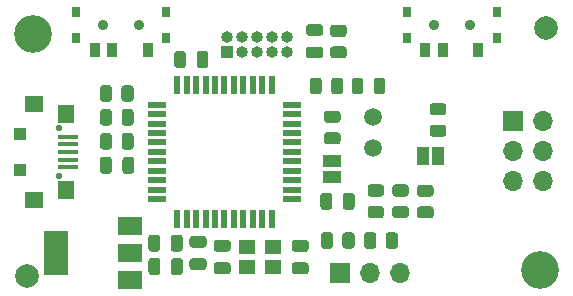
<source format=gts>
%TF.GenerationSoftware,KiCad,Pcbnew,(5.1.10-1-10_14)*%
%TF.CreationDate,2021-09-25T16:40:22-04:00*%
%TF.ProjectId,WetProgrammer,57657450-726f-4677-9261-6d6d65722e6b,rev?*%
%TF.SameCoordinates,Original*%
%TF.FileFunction,Soldermask,Top*%
%TF.FilePolarity,Negative*%
%FSLAX46Y46*%
G04 Gerber Fmt 4.6, Leading zero omitted, Abs format (unit mm)*
G04 Created by KiCad (PCBNEW (5.1.10-1-10_14)) date 2021-09-25 16:40:22*
%MOMM*%
%LPD*%
G01*
G04 APERTURE LIST*
%ADD10O,1.700000X1.700000*%
%ADD11R,1.700000X1.700000*%
%ADD12R,1.000000X1.000000*%
%ADD13O,1.000000X1.000000*%
%ADD14R,1.400000X1.200000*%
%ADD15R,2.000000X1.500000*%
%ADD16R,2.000000X3.800000*%
%ADD17R,0.900000X1.250000*%
%ADD18R,0.800000X0.900000*%
%ADD19C,0.900000*%
%ADD20R,1.800000X0.400000*%
%ADD21C,0.550000*%
%ADD22R,1.400000X1.500000*%
%ADD23R,1.500000X1.350000*%
%ADD24R,1.100000X1.000000*%
%ADD25C,3.200000*%
%ADD26C,2.000000*%
%ADD27R,1.500000X0.550000*%
%ADD28R,0.550000X1.500000*%
%ADD29C,1.500000*%
%ADD30R,1.500000X1.000000*%
%ADD31R,1.000000X1.500000*%
G04 APERTURE END LIST*
D10*
%TO.C,J2*%
X45750000Y10000000D03*
X43210000Y10000000D03*
X45750000Y12540000D03*
X43210000Y12540000D03*
X45750000Y15080000D03*
D11*
X43210000Y15080000D03*
%TD*%
D12*
%TO.C,JPROG1*%
X18923000Y20955000D03*
D13*
X18923000Y22225000D03*
X20193000Y20955000D03*
X20193000Y22225000D03*
X21463000Y20955000D03*
X21463000Y22225000D03*
X22733000Y20955000D03*
X22733000Y22225000D03*
X24003000Y20955000D03*
X24003000Y22225000D03*
%TD*%
%TO.C,F1*%
G36*
G01*
X9225000Y17900001D02*
X9225000Y16999999D01*
G75*
G02*
X8975001Y16750000I-249999J0D01*
G01*
X8449999Y16750000D01*
G75*
G02*
X8200000Y16999999I0J249999D01*
G01*
X8200000Y17900001D01*
G75*
G02*
X8449999Y18150000I249999J0D01*
G01*
X8975001Y18150000D01*
G75*
G02*
X9225000Y17900001I0J-249999D01*
G01*
G37*
G36*
G01*
X11050000Y17900001D02*
X11050000Y16999999D01*
G75*
G02*
X10800001Y16750000I-249999J0D01*
G01*
X10274999Y16750000D01*
G75*
G02*
X10025000Y16999999I0J249999D01*
G01*
X10025000Y17900001D01*
G75*
G02*
X10274999Y18150000I249999J0D01*
G01*
X10800001Y18150000D01*
G75*
G02*
X11050000Y17900001I0J-249999D01*
G01*
G37*
%TD*%
%TO.C,C9*%
G36*
G01*
X26852900Y20419400D02*
X25902900Y20419400D01*
G75*
G02*
X25652900Y20669400I0J250000D01*
G01*
X25652900Y21169400D01*
G75*
G02*
X25902900Y21419400I250000J0D01*
G01*
X26852900Y21419400D01*
G75*
G02*
X27102900Y21169400I0J-250000D01*
G01*
X27102900Y20669400D01*
G75*
G02*
X26852900Y20419400I-250000J0D01*
G01*
G37*
G36*
G01*
X26852900Y22319400D02*
X25902900Y22319400D01*
G75*
G02*
X25652900Y22569400I0J250000D01*
G01*
X25652900Y23069400D01*
G75*
G02*
X25902900Y23319400I250000J0D01*
G01*
X26852900Y23319400D01*
G75*
G02*
X27102900Y23069400I0J-250000D01*
G01*
X27102900Y22569400D01*
G75*
G02*
X26852900Y22319400I-250000J0D01*
G01*
G37*
%TD*%
%TO.C,C2*%
G36*
G01*
X18079700Y5046600D02*
X19029700Y5046600D01*
G75*
G02*
X19279700Y4796600I0J-250000D01*
G01*
X19279700Y4296600D01*
G75*
G02*
X19029700Y4046600I-250000J0D01*
G01*
X18079700Y4046600D01*
G75*
G02*
X17829700Y4296600I0J250000D01*
G01*
X17829700Y4796600D01*
G75*
G02*
X18079700Y5046600I250000J0D01*
G01*
G37*
G36*
G01*
X18079700Y3146600D02*
X19029700Y3146600D01*
G75*
G02*
X19279700Y2896600I0J-250000D01*
G01*
X19279700Y2396600D01*
G75*
G02*
X19029700Y2146600I-250000J0D01*
G01*
X18079700Y2146600D01*
G75*
G02*
X17829700Y2396600I0J250000D01*
G01*
X17829700Y2896600D01*
G75*
G02*
X18079700Y3146600I250000J0D01*
G01*
G37*
%TD*%
D14*
%TO.C,Y1*%
X22893200Y4444100D03*
X20693200Y4444100D03*
X20693200Y2744100D03*
X22893200Y2744100D03*
%TD*%
%TO.C,R10*%
G36*
G01*
X27937500Y5450002D02*
X27937500Y4549998D01*
G75*
G02*
X27687502Y4300000I-249998J0D01*
G01*
X27162498Y4300000D01*
G75*
G02*
X26912500Y4549998I0J249998D01*
G01*
X26912500Y5450002D01*
G75*
G02*
X27162498Y5700000I249998J0D01*
G01*
X27687502Y5700000D01*
G75*
G02*
X27937500Y5450002I0J-249998D01*
G01*
G37*
G36*
G01*
X29762500Y5450002D02*
X29762500Y4549998D01*
G75*
G02*
X29512502Y4300000I-249998J0D01*
G01*
X28987498Y4300000D01*
G75*
G02*
X28737500Y4549998I0J249998D01*
G01*
X28737500Y5450002D01*
G75*
G02*
X28987498Y5700000I249998J0D01*
G01*
X29512502Y5700000D01*
G75*
G02*
X29762500Y5450002I0J-249998D01*
G01*
G37*
%TD*%
%TO.C,R11*%
G36*
G01*
X31600000Y5450002D02*
X31600000Y4549998D01*
G75*
G02*
X31350002Y4300000I-249998J0D01*
G01*
X30824998Y4300000D01*
G75*
G02*
X30575000Y4549998I0J249998D01*
G01*
X30575000Y5450002D01*
G75*
G02*
X30824998Y5700000I249998J0D01*
G01*
X31350002Y5700000D01*
G75*
G02*
X31600000Y5450002I0J-249998D01*
G01*
G37*
G36*
G01*
X33425000Y5450002D02*
X33425000Y4549998D01*
G75*
G02*
X33175002Y4300000I-249998J0D01*
G01*
X32649998Y4300000D01*
G75*
G02*
X32400000Y4549998I0J249998D01*
G01*
X32400000Y5450002D01*
G75*
G02*
X32649998Y5700000I249998J0D01*
G01*
X33175002Y5700000D01*
G75*
G02*
X33425000Y5450002I0J-249998D01*
G01*
G37*
%TD*%
%TO.C,C5*%
G36*
G01*
X16985000Y4397200D02*
X16035000Y4397200D01*
G75*
G02*
X15785000Y4647200I0J250000D01*
G01*
X15785000Y5147200D01*
G75*
G02*
X16035000Y5397200I250000J0D01*
G01*
X16985000Y5397200D01*
G75*
G02*
X17235000Y5147200I0J-250000D01*
G01*
X17235000Y4647200D01*
G75*
G02*
X16985000Y4397200I-250000J0D01*
G01*
G37*
G36*
G01*
X16985000Y2497200D02*
X16035000Y2497200D01*
G75*
G02*
X15785000Y2747200I0J250000D01*
G01*
X15785000Y3247200D01*
G75*
G02*
X16035000Y3497200I250000J0D01*
G01*
X16985000Y3497200D01*
G75*
G02*
X17235000Y3247200I0J-250000D01*
G01*
X17235000Y2747200D01*
G75*
G02*
X16985000Y2497200I-250000J0D01*
G01*
G37*
%TD*%
%TO.C,C1*%
G36*
G01*
X25633700Y2141600D02*
X24683700Y2141600D01*
G75*
G02*
X24433700Y2391600I0J250000D01*
G01*
X24433700Y2891600D01*
G75*
G02*
X24683700Y3141600I250000J0D01*
G01*
X25633700Y3141600D01*
G75*
G02*
X25883700Y2891600I0J-250000D01*
G01*
X25883700Y2391600D01*
G75*
G02*
X25633700Y2141600I-250000J0D01*
G01*
G37*
G36*
G01*
X25633700Y4041600D02*
X24683700Y4041600D01*
G75*
G02*
X24433700Y4291600I0J250000D01*
G01*
X24433700Y4791600D01*
G75*
G02*
X24683700Y5041600I250000J0D01*
G01*
X25633700Y5041600D01*
G75*
G02*
X25883700Y4791600I0J-250000D01*
G01*
X25883700Y4291600D01*
G75*
G02*
X25633700Y4041600I-250000J0D01*
G01*
G37*
%TD*%
D15*
%TO.C,U2*%
X10770000Y1669500D03*
X10770000Y6269500D03*
X10770000Y3969500D03*
D16*
X4470000Y3969500D03*
%TD*%
D17*
%TO.C,SW1*%
X12250000Y21116000D03*
X9250000Y21116000D03*
X7750000Y21116000D03*
D18*
X6200000Y24341000D03*
X13800000Y24341000D03*
X13800000Y22141000D03*
X6200000Y22141000D03*
D19*
X11500000Y23241000D03*
X8500000Y23241000D03*
%TD*%
%TO.C,D1*%
G36*
G01*
X31387200Y17628550D02*
X31387200Y18541050D01*
G75*
G02*
X31630950Y18784800I243750J0D01*
G01*
X32118450Y18784800D01*
G75*
G02*
X32362200Y18541050I0J-243750D01*
G01*
X32362200Y17628550D01*
G75*
G02*
X32118450Y17384800I-243750J0D01*
G01*
X31630950Y17384800D01*
G75*
G02*
X31387200Y17628550I0J243750D01*
G01*
G37*
G36*
G01*
X29512200Y17628550D02*
X29512200Y18541050D01*
G75*
G02*
X29755950Y18784800I243750J0D01*
G01*
X30243450Y18784800D01*
G75*
G02*
X30487200Y18541050I0J-243750D01*
G01*
X30487200Y17628550D01*
G75*
G02*
X30243450Y17384800I-243750J0D01*
G01*
X29755950Y17384800D01*
G75*
G02*
X29512200Y17628550I0J243750D01*
G01*
G37*
%TD*%
%TO.C,C8*%
G36*
G01*
X14216800Y2319000D02*
X14216800Y3269000D01*
G75*
G02*
X14466800Y3519000I250000J0D01*
G01*
X14966800Y3519000D01*
G75*
G02*
X15216800Y3269000I0J-250000D01*
G01*
X15216800Y2319000D01*
G75*
G02*
X14966800Y2069000I-250000J0D01*
G01*
X14466800Y2069000D01*
G75*
G02*
X14216800Y2319000I0J250000D01*
G01*
G37*
G36*
G01*
X12316800Y2319000D02*
X12316800Y3269000D01*
G75*
G02*
X12566800Y3519000I250000J0D01*
G01*
X13066800Y3519000D01*
G75*
G02*
X13316800Y3269000I0J-250000D01*
G01*
X13316800Y2319000D01*
G75*
G02*
X13066800Y2069000I-250000J0D01*
G01*
X12566800Y2069000D01*
G75*
G02*
X12316800Y2319000I0J250000D01*
G01*
G37*
%TD*%
%TO.C,C7*%
G36*
G01*
X14201600Y4300200D02*
X14201600Y5250200D01*
G75*
G02*
X14451600Y5500200I250000J0D01*
G01*
X14951600Y5500200D01*
G75*
G02*
X15201600Y5250200I0J-250000D01*
G01*
X15201600Y4300200D01*
G75*
G02*
X14951600Y4050200I-250000J0D01*
G01*
X14451600Y4050200D01*
G75*
G02*
X14201600Y4300200I0J250000D01*
G01*
G37*
G36*
G01*
X12301600Y4300200D02*
X12301600Y5250200D01*
G75*
G02*
X12551600Y5500200I250000J0D01*
G01*
X13051600Y5500200D01*
G75*
G02*
X13301600Y5250200I0J-250000D01*
G01*
X13301600Y4300200D01*
G75*
G02*
X13051600Y4050200I-250000J0D01*
G01*
X12551600Y4050200D01*
G75*
G02*
X12301600Y4300200I0J250000D01*
G01*
G37*
%TD*%
%TO.C,C3*%
G36*
G01*
X16391000Y19845000D02*
X16391000Y20795000D01*
G75*
G02*
X16641000Y21045000I250000J0D01*
G01*
X17141000Y21045000D01*
G75*
G02*
X17391000Y20795000I0J-250000D01*
G01*
X17391000Y19845000D01*
G75*
G02*
X17141000Y19595000I-250000J0D01*
G01*
X16641000Y19595000D01*
G75*
G02*
X16391000Y19845000I0J250000D01*
G01*
G37*
G36*
G01*
X14491000Y19845000D02*
X14491000Y20795000D01*
G75*
G02*
X14741000Y21045000I250000J0D01*
G01*
X15241000Y21045000D01*
G75*
G02*
X15491000Y20795000I0J-250000D01*
G01*
X15491000Y19845000D01*
G75*
G02*
X15241000Y19595000I-250000J0D01*
G01*
X14741000Y19595000D01*
G75*
G02*
X14491000Y19845000I0J250000D01*
G01*
G37*
%TD*%
D20*
%TO.C,J1*%
X5500000Y12500000D03*
X5500000Y13150000D03*
X5500000Y13800000D03*
X5500000Y11850000D03*
X5500000Y11200000D03*
D21*
X4780000Y14500000D03*
X4780000Y10500000D03*
D22*
X5309500Y9250000D03*
X5309500Y15750000D03*
D23*
X2630000Y8425000D03*
X2630000Y16575000D03*
D24*
X1459500Y14000000D03*
X1459500Y11000000D03*
%TD*%
D10*
%TO.C,J3*%
X33580000Y2250000D03*
X31040000Y2250000D03*
D11*
X28500000Y2250000D03*
%TD*%
D17*
%TO.C,SW2*%
X40250000Y21116000D03*
X37250000Y21116000D03*
X35750000Y21116000D03*
D18*
X34200000Y24341000D03*
X41800000Y24341000D03*
X41800000Y22141000D03*
X34200000Y22141000D03*
D19*
X39500000Y23241000D03*
X36500000Y23241000D03*
%TD*%
D25*
%TO.C,H2*%
X2500000Y22500000D03*
%TD*%
%TO.C,H1*%
X45500000Y2500000D03*
%TD*%
D26*
%TO.C,FID2*%
X46000000Y23000000D03*
%TD*%
%TO.C,FID1*%
X2000000Y2000000D03*
%TD*%
D27*
%TO.C,U1*%
X13050000Y16500000D03*
X13050000Y15700000D03*
X13050000Y14900000D03*
X13050000Y14100000D03*
X13050000Y13300000D03*
X13050000Y12500000D03*
X13050000Y11700000D03*
X13050000Y10900000D03*
X13050000Y10100000D03*
X13050000Y9300000D03*
X13050000Y8500000D03*
D28*
X14750000Y6800000D03*
X15550000Y6800000D03*
X16350000Y6800000D03*
X17150000Y6800000D03*
X17950000Y6800000D03*
X18750000Y6800000D03*
X19550000Y6800000D03*
X20350000Y6800000D03*
X21150000Y6800000D03*
X21950000Y6800000D03*
X22750000Y6800000D03*
D27*
X24450000Y8500000D03*
X24450000Y9300000D03*
X24450000Y10100000D03*
X24450000Y10900000D03*
X24450000Y11700000D03*
X24450000Y12500000D03*
X24450000Y13300000D03*
X24450000Y14100000D03*
X24450000Y14900000D03*
X24450000Y15700000D03*
X24450000Y16500000D03*
D28*
X22750000Y18200000D03*
X21950000Y18200000D03*
X21150000Y18200000D03*
X20350000Y18200000D03*
X19550000Y18200000D03*
X18750000Y18200000D03*
X17950000Y18200000D03*
X17150000Y18200000D03*
X16350000Y18200000D03*
X15550000Y18200000D03*
X14750000Y18200000D03*
%TD*%
D29*
%TO.C,TP3*%
X31305500Y12827000D03*
%TD*%
%TO.C,TP2*%
X31305500Y15430500D03*
%TD*%
%TO.C,R9*%
G36*
G01*
X33204998Y7918500D02*
X34105002Y7918500D01*
G75*
G02*
X34355000Y7668502I0J-249998D01*
G01*
X34355000Y7143498D01*
G75*
G02*
X34105002Y6893500I-249998J0D01*
G01*
X33204998Y6893500D01*
G75*
G02*
X32955000Y7143498I0J249998D01*
G01*
X32955000Y7668502D01*
G75*
G02*
X33204998Y7918500I249998J0D01*
G01*
G37*
G36*
G01*
X33204998Y9743500D02*
X34105002Y9743500D01*
G75*
G02*
X34355000Y9493502I0J-249998D01*
G01*
X34355000Y8968498D01*
G75*
G02*
X34105002Y8718500I-249998J0D01*
G01*
X33204998Y8718500D01*
G75*
G02*
X32955000Y8968498I0J249998D01*
G01*
X32955000Y9493502D01*
G75*
G02*
X33204998Y9743500I249998J0D01*
G01*
G37*
%TD*%
%TO.C,R8*%
G36*
G01*
X35300498Y7895000D02*
X36200502Y7895000D01*
G75*
G02*
X36450500Y7645002I0J-249998D01*
G01*
X36450500Y7119998D01*
G75*
G02*
X36200502Y6870000I-249998J0D01*
G01*
X35300498Y6870000D01*
G75*
G02*
X35050500Y7119998I0J249998D01*
G01*
X35050500Y7645002D01*
G75*
G02*
X35300498Y7895000I249998J0D01*
G01*
G37*
G36*
G01*
X35300498Y9720000D02*
X36200502Y9720000D01*
G75*
G02*
X36450500Y9470002I0J-249998D01*
G01*
X36450500Y8944998D01*
G75*
G02*
X36200502Y8695000I-249998J0D01*
G01*
X35300498Y8695000D01*
G75*
G02*
X35050500Y8944998I0J249998D01*
G01*
X35050500Y9470002D01*
G75*
G02*
X35300498Y9720000I249998J0D01*
G01*
G37*
%TD*%
%TO.C,R7*%
G36*
G01*
X31109498Y7918500D02*
X32009502Y7918500D01*
G75*
G02*
X32259500Y7668502I0J-249998D01*
G01*
X32259500Y7143498D01*
G75*
G02*
X32009502Y6893500I-249998J0D01*
G01*
X31109498Y6893500D01*
G75*
G02*
X30859500Y7143498I0J249998D01*
G01*
X30859500Y7668502D01*
G75*
G02*
X31109498Y7918500I249998J0D01*
G01*
G37*
G36*
G01*
X31109498Y9743500D02*
X32009502Y9743500D01*
G75*
G02*
X32259500Y9493502I0J-249998D01*
G01*
X32259500Y8968498D01*
G75*
G02*
X32009502Y8718500I-249998J0D01*
G01*
X31109498Y8718500D01*
G75*
G02*
X30859500Y8968498I0J249998D01*
G01*
X30859500Y9493502D01*
G75*
G02*
X31109498Y9743500I249998J0D01*
G01*
G37*
%TD*%
%TO.C,R6*%
G36*
G01*
X26983100Y18534802D02*
X26983100Y17634798D01*
G75*
G02*
X26733102Y17384800I-249998J0D01*
G01*
X26208098Y17384800D01*
G75*
G02*
X25958100Y17634798I0J249998D01*
G01*
X25958100Y18534802D01*
G75*
G02*
X26208098Y18784800I249998J0D01*
G01*
X26733102Y18784800D01*
G75*
G02*
X26983100Y18534802I0J-249998D01*
G01*
G37*
G36*
G01*
X28808100Y18534802D02*
X28808100Y17634798D01*
G75*
G02*
X28558102Y17384800I-249998J0D01*
G01*
X28033098Y17384800D01*
G75*
G02*
X27783100Y17634798I0J249998D01*
G01*
X27783100Y18534802D01*
G75*
G02*
X28033098Y18784800I249998J0D01*
G01*
X28558102Y18784800D01*
G75*
G02*
X28808100Y18534802I0J-249998D01*
G01*
G37*
%TD*%
%TO.C,R5*%
G36*
G01*
X36379998Y14800000D02*
X37280002Y14800000D01*
G75*
G02*
X37530000Y14550002I0J-249998D01*
G01*
X37530000Y14024998D01*
G75*
G02*
X37280002Y13775000I-249998J0D01*
G01*
X36379998Y13775000D01*
G75*
G02*
X36130000Y14024998I0J249998D01*
G01*
X36130000Y14550002D01*
G75*
G02*
X36379998Y14800000I249998J0D01*
G01*
G37*
G36*
G01*
X36379998Y16625000D02*
X37280002Y16625000D01*
G75*
G02*
X37530000Y16375002I0J-249998D01*
G01*
X37530000Y15849998D01*
G75*
G02*
X37280002Y15600000I-249998J0D01*
G01*
X36379998Y15600000D01*
G75*
G02*
X36130000Y15849998I0J249998D01*
G01*
X36130000Y16375002D01*
G75*
G02*
X36379998Y16625000I249998J0D01*
G01*
G37*
%TD*%
%TO.C,R4*%
G36*
G01*
X28326502Y14965000D02*
X27426498Y14965000D01*
G75*
G02*
X27176500Y15214998I0J249998D01*
G01*
X27176500Y15740002D01*
G75*
G02*
X27426498Y15990000I249998J0D01*
G01*
X28326502Y15990000D01*
G75*
G02*
X28576500Y15740002I0J-249998D01*
G01*
X28576500Y15214998D01*
G75*
G02*
X28326502Y14965000I-249998J0D01*
G01*
G37*
G36*
G01*
X28326502Y13140000D02*
X27426498Y13140000D01*
G75*
G02*
X27176500Y13389998I0J249998D01*
G01*
X27176500Y13915002D01*
G75*
G02*
X27426498Y14165000I249998J0D01*
G01*
X28326502Y14165000D01*
G75*
G02*
X28576500Y13915002I0J-249998D01*
G01*
X28576500Y13389998D01*
G75*
G02*
X28326502Y13140000I-249998J0D01*
G01*
G37*
%TD*%
%TO.C,R3*%
G36*
G01*
X28847202Y22245900D02*
X27947198Y22245900D01*
G75*
G02*
X27697200Y22495898I0J249998D01*
G01*
X27697200Y23020902D01*
G75*
G02*
X27947198Y23270900I249998J0D01*
G01*
X28847202Y23270900D01*
G75*
G02*
X29097200Y23020902I0J-249998D01*
G01*
X29097200Y22495898D01*
G75*
G02*
X28847202Y22245900I-249998J0D01*
G01*
G37*
G36*
G01*
X28847202Y20420900D02*
X27947198Y20420900D01*
G75*
G02*
X27697200Y20670898I0J249998D01*
G01*
X27697200Y21195902D01*
G75*
G02*
X27947198Y21445900I249998J0D01*
G01*
X28847202Y21445900D01*
G75*
G02*
X29097200Y21195902I0J-249998D01*
G01*
X29097200Y20670898D01*
G75*
G02*
X28847202Y20420900I-249998J0D01*
G01*
G37*
%TD*%
%TO.C,R2*%
G36*
G01*
X9234000Y15880502D02*
X9234000Y14980498D01*
G75*
G02*
X8984002Y14730500I-249998J0D01*
G01*
X8458998Y14730500D01*
G75*
G02*
X8209000Y14980498I0J249998D01*
G01*
X8209000Y15880502D01*
G75*
G02*
X8458998Y16130500I249998J0D01*
G01*
X8984002Y16130500D01*
G75*
G02*
X9234000Y15880502I0J-249998D01*
G01*
G37*
G36*
G01*
X11059000Y15880502D02*
X11059000Y14980498D01*
G75*
G02*
X10809002Y14730500I-249998J0D01*
G01*
X10283998Y14730500D01*
G75*
G02*
X10034000Y14980498I0J249998D01*
G01*
X10034000Y15880502D01*
G75*
G02*
X10283998Y16130500I249998J0D01*
G01*
X10809002Y16130500D01*
G75*
G02*
X11059000Y15880502I0J-249998D01*
G01*
G37*
%TD*%
%TO.C,R1*%
G36*
G01*
X9234000Y13848502D02*
X9234000Y12948498D01*
G75*
G02*
X8984002Y12698500I-249998J0D01*
G01*
X8458998Y12698500D01*
G75*
G02*
X8209000Y12948498I0J249998D01*
G01*
X8209000Y13848502D01*
G75*
G02*
X8458998Y14098500I249998J0D01*
G01*
X8984002Y14098500D01*
G75*
G02*
X9234000Y13848502I0J-249998D01*
G01*
G37*
G36*
G01*
X11059000Y13848502D02*
X11059000Y12948498D01*
G75*
G02*
X10809002Y12698500I-249998J0D01*
G01*
X10283998Y12698500D01*
G75*
G02*
X10034000Y12948498I0J249998D01*
G01*
X10034000Y13848502D01*
G75*
G02*
X10283998Y14098500I249998J0D01*
G01*
X10809002Y14098500D01*
G75*
G02*
X11059000Y13848502I0J-249998D01*
G01*
G37*
%TD*%
D30*
%TO.C,JP3*%
X27876500Y11714000D03*
X27876500Y10414000D03*
%TD*%
D31*
%TO.C,JP2*%
X36860000Y12128500D03*
X35560000Y12128500D03*
%TD*%
%TO.C,C6*%
G36*
G01*
X27871000Y8793500D02*
X27871000Y7843500D01*
G75*
G02*
X27621000Y7593500I-250000J0D01*
G01*
X27121000Y7593500D01*
G75*
G02*
X26871000Y7843500I0J250000D01*
G01*
X26871000Y8793500D01*
G75*
G02*
X27121000Y9043500I250000J0D01*
G01*
X27621000Y9043500D01*
G75*
G02*
X27871000Y8793500I0J-250000D01*
G01*
G37*
G36*
G01*
X29771000Y8793500D02*
X29771000Y7843500D01*
G75*
G02*
X29521000Y7593500I-250000J0D01*
G01*
X29021000Y7593500D01*
G75*
G02*
X28771000Y7843500I0J250000D01*
G01*
X28771000Y8793500D01*
G75*
G02*
X29021000Y9043500I250000J0D01*
G01*
X29521000Y9043500D01*
G75*
G02*
X29771000Y8793500I0J-250000D01*
G01*
G37*
%TD*%
%TO.C,C4*%
G36*
G01*
X9210000Y11841500D02*
X9210000Y10891500D01*
G75*
G02*
X8960000Y10641500I-250000J0D01*
G01*
X8460000Y10641500D01*
G75*
G02*
X8210000Y10891500I0J250000D01*
G01*
X8210000Y11841500D01*
G75*
G02*
X8460000Y12091500I250000J0D01*
G01*
X8960000Y12091500D01*
G75*
G02*
X9210000Y11841500I0J-250000D01*
G01*
G37*
G36*
G01*
X11110000Y11841500D02*
X11110000Y10891500D01*
G75*
G02*
X10860000Y10641500I-250000J0D01*
G01*
X10360000Y10641500D01*
G75*
G02*
X10110000Y10891500I0J250000D01*
G01*
X10110000Y11841500D01*
G75*
G02*
X10360000Y12091500I250000J0D01*
G01*
X10860000Y12091500D01*
G75*
G02*
X11110000Y11841500I0J-250000D01*
G01*
G37*
%TD*%
M02*

</source>
